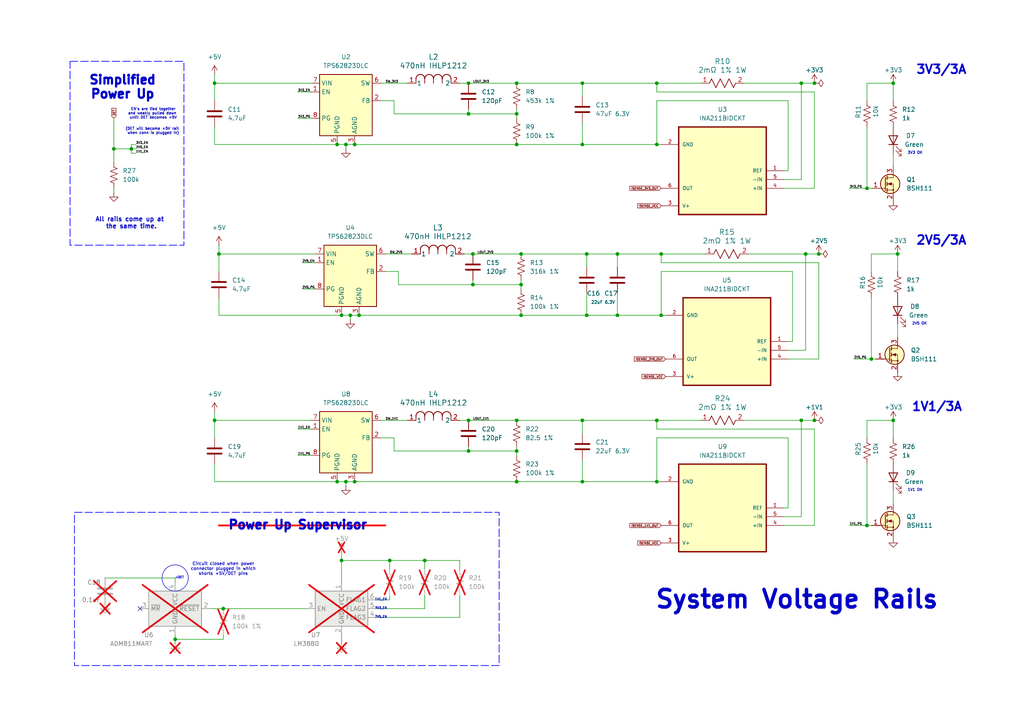
<source format=kicad_sch>
(kicad_sch (version 20231120) (generator "eeschema") (generator_version "8.0")
  (paper "A4")
  (junction (at 97.79 41.91))
  (junction (at 232.41 121.92))
  (junction (at 232.41 24.13))
  (junction (at 170.18 91.44))
  (junction (at 50.8 185.42))
  (junction (at 252.73 104.14))
  (junction (at 135.89 33.02))
  (junction (at 62.23 24.13))
  (junction (at 97.79 139.7))
  (junction (at 168.91 139.7))
  (junction (at 190.5 121.92))
  (junction (at 237.49 73.66))
  (junction (at 137.16 73.66))
  (junction (at 151.13 73.66))
  (junction (at 149.86 121.92))
  (junction (at 99.06 162.56))
  (junction (at 149.86 130.81))
  (junction (at 190.5 41.91))
  (junction (at 260.35 73.66))
  (junction (at 251.46 152.4))
  (junction (at 135.89 130.81))
  (junction (at 233.68 73.66))
  (junction (at 100.33 41.91))
  (junction (at 190.5 24.13))
  (junction (at 135.89 24.13))
  (junction (at 149.86 24.13))
  (junction (at 151.13 82.55))
  (junction (at 135.89 121.92))
  (junction (at 137.16 82.55))
  (junction (at 33.02 43.18))
  (junction (at 170.18 73.66))
  (junction (at 149.86 41.91))
  (junction (at 259.08 121.92))
  (junction (at 191.77 73.66))
  (junction (at 259.08 24.13))
  (junction (at 149.86 139.7))
  (junction (at 113.03 162.56))
  (junction (at 168.91 41.91))
  (junction (at 123.19 162.56))
  (junction (at 100.33 139.7))
  (junction (at 64.77 176.53))
  (junction (at 190.5 139.7))
  (junction (at 149.86 33.02))
  (junction (at 102.87 139.7))
  (junction (at 104.14 91.44))
  (junction (at 179.07 91.44))
  (junction (at 236.22 121.92))
  (junction (at 168.91 121.92))
  (junction (at 38.1 43.18))
  (junction (at 62.23 121.92))
  (junction (at 179.07 73.66))
  (junction (at 151.13 91.44))
  (junction (at 251.46 54.61))
  (junction (at 191.77 91.44))
  (junction (at 168.91 24.13))
  (junction (at 63.5 73.66))
  (junction (at 236.22 24.13))
  (junction (at 101.6 91.44))
  (junction (at 102.87 41.91))
  (junction (at 99.06 91.44))
  (no_connect (at 40.64 176.53))
  (wire (pts (xy 97.79 139.7) (xy 100.33 139.7)))
  (wire (pts (xy 100.33 139.7) (xy 102.87 139.7)))
  (wire (pts (xy 62.23 41.91) (xy 97.79 41.91)))
  (wire (pts (xy 251.46 24.13) (xy 259.08 24.13)))
  (wire (pts (xy 38.1 43.18) (xy 38.1 44.45)))
  (wire (pts (xy 137.16 81.28) (xy 137.16 82.55)))
  (wire (pts (xy 251.46 134.62) (xy 251.46 152.4)))
  (wire (pts (xy 99.06 162.56) (xy 113.03 162.56)))
  (wire (pts (xy 168.91 41.91) (xy 149.86 41.91)))
  (wire (pts (xy 251.46 121.92) (xy 259.08 121.92)))
  (wire (pts (xy 113.03 165.1) (xy 113.03 162.56)))
  (wire (pts (xy 190.5 29.21) (xy 190.5 41.91)))
  (wire (pts (xy 39.37 41.91) (xy 38.1 41.91)))
  (wire (pts (xy 191.77 91.44) (xy 193.04 91.44)))
  (wire (pts (xy 260.35 73.66) (xy 260.35 78.74)))
  (wire (pts (xy 190.5 121.92) (xy 203.2 121.92)))
  (wire (pts (xy 62.23 41.91) (xy 62.23 36.83)))
  (wire (pts (xy 168.91 24.13) (xy 168.91 27.94)))
  (wire (pts (xy 252.73 104.14) (xy 254 104.14)))
  (wire (pts (xy 259.08 24.13) (xy 259.08 29.21)))
  (wire (pts (xy 62.23 121.92) (xy 62.23 127)))
  (wire (pts (xy 39.37 43.18) (xy 38.1 43.18)))
  (wire (pts (xy 137.16 82.55) (xy 151.13 82.55)))
  (wire (pts (xy 110.49 127) (xy 114.3 127)))
  (wire (pts (xy 228.6 29.21) (xy 190.5 29.21)))
  (wire (pts (xy 110.49 29.21) (xy 114.3 29.21)))
  (wire (pts (xy 123.19 165.1) (xy 123.19 162.56)))
  (wire (pts (xy 50.8 185.42) (xy 50.8 184.15)))
  (wire (pts (xy 237.49 73.66) (xy 233.68 73.66)))
  (wire (pts (xy 170.18 91.44) (xy 179.07 91.44)))
  (wire (pts (xy 228.6 101.6) (xy 233.68 101.6)))
  (wire (pts (xy 236.22 121.92) (xy 232.41 121.92)))
  (wire (pts (xy 62.23 21.59) (xy 62.23 24.13)))
  (wire (pts (xy 229.87 78.74) (xy 191.77 78.74)))
  (wire (pts (xy 114.3 29.21) (xy 114.3 33.02)))
  (wire (pts (xy 114.3 130.81) (xy 135.89 130.81)))
  (wire (pts (xy 149.86 31.75) (xy 149.86 33.02)))
  (wire (pts (xy 190.5 26.67) (xy 190.5 24.13)))
  (wire (pts (xy 30.48 167.64) (xy 50.8 167.64)))
  (wire (pts (xy 191.77 73.66) (xy 204.47 73.66)))
  (wire (pts (xy 233.68 73.66) (xy 233.68 101.6)))
  (wire (pts (xy 50.8 186.69) (xy 50.8 185.42)))
  (wire (pts (xy 114.3 33.02) (xy 135.89 33.02)))
  (wire (pts (xy 227.33 54.61) (xy 236.22 54.61)))
  (wire (pts (xy 63.5 91.44) (xy 99.06 91.44)))
  (wire (pts (xy 215.9 121.92) (xy 232.41 121.92)))
  (wire (pts (xy 168.91 121.92) (xy 168.91 125.73)))
  (wire (pts (xy 236.22 54.61) (xy 236.22 26.67)))
  (wire (pts (xy 191.77 76.2) (xy 191.77 73.66)))
  (wire (pts (xy 232.41 24.13) (xy 232.41 52.07)))
  (wire (pts (xy 252.73 86.36) (xy 252.73 104.14)))
  (wire (pts (xy 168.91 41.91) (xy 190.5 41.91)))
  (wire (pts (xy 151.13 83.82) (xy 151.13 82.55)))
  (wire (pts (xy 252.73 73.66) (xy 252.73 78.74)))
  (wire (pts (xy 86.36 124.46) (xy 90.17 124.46)))
  (wire (pts (xy 170.18 85.09) (xy 170.18 91.44)))
  (wire (pts (xy 227.33 52.07) (xy 232.41 52.07)))
  (wire (pts (xy 252.73 73.66) (xy 260.35 73.66)))
  (wire (pts (xy 102.87 139.7) (xy 149.86 139.7)))
  (wire (pts (xy 33.02 43.18) (xy 38.1 43.18)))
  (wire (pts (xy 64.77 176.53) (xy 88.9 176.53)))
  (wire (pts (xy 118.11 24.13) (xy 110.49 24.13)))
  (wire (pts (xy 33.02 43.18) (xy 33.02 46.99)))
  (wire (pts (xy 237.49 104.14) (xy 237.49 76.2)))
  (wire (pts (xy 135.89 33.02) (xy 149.86 33.02)))
  (wire (pts (xy 111.76 78.74) (xy 115.57 78.74)))
  (wire (pts (xy 123.19 176.53) (xy 123.19 172.72)))
  (wire (pts (xy 259.08 121.92) (xy 259.08 127)))
  (wire (pts (xy 135.89 130.81) (xy 149.86 130.81)))
  (wire (pts (xy 168.91 121.92) (xy 190.5 121.92)))
  (wire (pts (xy 97.79 41.91) (xy 100.33 41.91)))
  (wire (pts (xy 135.89 121.92) (xy 149.86 121.92)))
  (wire (pts (xy 247.65 104.14) (xy 252.73 104.14)))
  (wire (pts (xy 236.22 152.4) (xy 236.22 124.46)))
  (wire (pts (xy 168.91 133.35) (xy 168.91 139.7)))
  (wire (pts (xy 86.36 26.67) (xy 90.17 26.67)))
  (wire (pts (xy 62.23 121.92) (xy 90.17 121.92)))
  (wire (pts (xy 179.07 73.66) (xy 191.77 73.66)))
  (wire (pts (xy 62.23 119.38) (xy 62.23 121.92)))
  (wire (pts (xy 179.07 85.09) (xy 179.07 91.44)))
  (wire (pts (xy 135.89 31.75) (xy 135.89 33.02)))
  (wire (pts (xy 149.86 24.13) (xy 168.91 24.13)))
  (wire (pts (xy 99.06 160.02) (xy 99.06 162.56)))
  (wire (pts (xy 168.91 24.13) (xy 190.5 24.13)))
  (wire (pts (xy 251.46 121.92) (xy 251.46 127)))
  (wire (pts (xy 246.38 54.61) (xy 251.46 54.61)))
  (wire (pts (xy 191.77 78.74) (xy 191.77 91.44)))
  (wire (pts (xy 228.6 49.53) (xy 227.33 49.53)))
  (wire (pts (xy 227.33 152.4) (xy 236.22 152.4)))
  (wire (pts (xy 135.89 121.92) (xy 133.35 121.92)))
  (polyline (pts (xy 63.5 152.4) (xy 111.76 152.4)) (stroke (width 0.508) (color 255 0 0 1)))
  (wire (pts (xy 115.57 78.74) (xy 115.57 82.55)))
  (wire (pts (xy 190.5 124.46) (xy 190.5 121.92)))
  (wire (pts (xy 63.5 91.44) (xy 63.5 86.36)))
  (wire (pts (xy 115.57 82.55) (xy 137.16 82.55)))
  (wire (pts (xy 100.33 140.97) (xy 100.33 139.7)))
  (wire (pts (xy 228.6 49.53) (xy 228.6 29.21)))
  (wire (pts (xy 133.35 179.07) (xy 133.35 172.72)))
  (wire (pts (xy 33.02 34.29) (xy 33.02 43.18)))
  (wire (pts (xy 215.9 24.13) (xy 232.41 24.13)))
  (wire (pts (xy 149.86 121.92) (xy 168.91 121.92)))
  (wire (pts (xy 119.38 73.66) (xy 111.76 73.66)))
  (wire (pts (xy 87.63 83.82) (xy 91.44 83.82)))
  (wire (pts (xy 50.8 167.64) (xy 50.8 168.91)))
  (wire (pts (xy 190.5 24.13) (xy 203.2 24.13)))
  (wire (pts (xy 190.5 139.7) (xy 191.77 139.7)))
  (wire (pts (xy 232.41 121.92) (xy 232.41 149.86)))
  (wire (pts (xy 109.22 176.53) (xy 123.19 176.53)))
  (wire (pts (xy 228.6 147.32) (xy 228.6 127)))
  (wire (pts (xy 50.8 185.42) (xy 64.77 185.42)))
  (wire (pts (xy 62.23 139.7) (xy 97.79 139.7)))
  (wire (pts (xy 190.5 124.46) (xy 236.22 124.46)))
  (wire (pts (xy 259.08 146.05) (xy 259.08 142.24)))
  (wire (pts (xy 135.89 24.13) (xy 149.86 24.13)))
  (wire (pts (xy 227.33 149.86) (xy 232.41 149.86)))
  (wire (pts (xy 99.06 91.44) (xy 101.6 91.44)))
  (wire (pts (xy 62.23 139.7) (xy 62.23 134.62)))
  (wire (pts (xy 190.5 26.67) (xy 236.22 26.67)))
  (wire (pts (xy 100.33 43.18) (xy 100.33 41.91)))
  (wire (pts (xy 151.13 73.66) (xy 170.18 73.66)))
  (wire (pts (xy 87.63 76.2) (xy 91.44 76.2)))
  (wire (pts (xy 190.5 41.91) (xy 191.77 41.91)))
  (wire (pts (xy 179.07 91.44) (xy 191.77 91.44)))
  (wire (pts (xy 190.5 127) (xy 190.5 139.7)))
  (wire (pts (xy 229.87 99.06) (xy 229.87 78.74)))
  (wire (pts (xy 38.1 44.45) (xy 39.37 44.45)))
  (wire (pts (xy 64.77 185.42) (xy 64.77 184.15)))
  (wire (pts (xy 62.23 24.13) (xy 90.17 24.13)))
  (wire (pts (xy 113.03 173.99) (xy 109.22 173.99)))
  (wire (pts (xy 86.36 34.29) (xy 90.17 34.29)))
  (wire (pts (xy 123.19 162.56) (xy 133.35 162.56)))
  (wire (pts (xy 109.22 179.07) (xy 133.35 179.07)))
  (wire (pts (xy 149.86 34.29) (xy 149.86 33.02)))
  (wire (pts (xy 63.5 71.12) (xy 63.5 73.66)))
  (wire (pts (xy 191.77 76.2) (xy 237.49 76.2)))
  (wire (pts (xy 149.86 129.54) (xy 149.86 130.81)))
  (wire (pts (xy 104.14 91.44) (xy 151.13 91.44)))
  (wire (pts (xy 33.02 55.88) (xy 33.02 54.61)))
  (wire (pts (xy 260.35 97.79) (xy 260.35 93.98)))
  (wire (pts (xy 64.77 176.53) (xy 60.96 176.53)))
  (wire (pts (xy 101.6 91.44) (xy 104.14 91.44)))
  (wire (pts (xy 251.46 152.4) (xy 252.73 152.4)))
  (wire (pts (xy 135.89 24.13) (xy 133.35 24.13)))
  (wire (pts (xy 168.91 139.7) (xy 190.5 139.7)))
  (wire (pts (xy 168.91 139.7) (xy 149.86 139.7)))
  (wire (pts (xy 38.1 41.91) (xy 38.1 43.18)))
  (wire (pts (xy 259.08 48.26) (xy 259.08 44.45)))
  (wire (pts (xy 232.41 24.13) (xy 236.22 24.13)))
  (wire (pts (xy 251.46 36.83) (xy 251.46 54.61)))
  (wire (pts (xy 170.18 73.66) (xy 179.07 73.66)))
  (wire (pts (xy 99.06 162.56) (xy 99.06 168.91)))
  (wire (pts (xy 179.07 73.66) (xy 179.07 77.47)))
  (wire (pts (xy 229.87 99.06) (xy 228.6 99.06)))
  (wire (pts (xy 102.87 41.91) (xy 149.86 41.91)))
  (wire (pts (xy 135.89 129.54) (xy 135.89 130.81)))
  (wire (pts (xy 114.3 127) (xy 114.3 130.81)))
  (wire (pts (xy 251.46 54.61) (xy 252.73 54.61)))
  (wire (pts (xy 149.86 132.08) (xy 149.86 130.81)))
  (wire (pts (xy 228.6 147.32) (xy 227.33 147.32)))
  (wire (pts (xy 101.6 92.71) (xy 101.6 91.44)))
  (wire (pts (xy 228.6 104.14) (xy 237.49 104.14)))
  (wire (pts (xy 118.11 121.92) (xy 110.49 121.92)))
  (wire (pts (xy 137.16 73.66) (xy 134.62 73.66)))
  (wire (pts (xy 100.33 41.91) (xy 102.87 41.91)))
  (wire (pts (xy 63.5 73.66) (xy 91.44 73.66)))
  (wire (pts (xy 63.5 73.66) (xy 63.5 78.74)))
  (wire (pts (xy 86.36 132.08) (xy 90.17 132.08)))
  (wire (pts (xy 217.17 73.66) (xy 233.68 73.66)))
  (wire (pts (xy 251.46 24.13) (xy 251.46 29.21)))
  (wire (pts (xy 246.38 152.4) (xy 251.46 152.4)))
  (wire (pts (xy 113.03 172.72) (xy 113.03 173.99)))
  (wire (pts (xy 168.91 35.56) (xy 168.91 41.91)))
  (wire (pts (xy 151.13 81.28) (xy 151.13 82.55)))
  (wire (pts (xy 113.03 162.56) (xy 123.19 162.56)))
  (wire (pts (xy 228.6 127) (xy 190.5 127)))
  (wire (pts (xy 133.35 162.56) (xy 133.35 165.1)))
  (wire (pts (xy 62.23 24.13) (xy 62.23 29.21)))
  (wire (pts (xy 99.06 186.69) (xy 99.06 184.15)))
  (wire (pts (xy 170.18 73.66) (xy 170.18 77.47)))
  (wire (pts (xy 170.18 91.44) (xy 151.13 91.44)))
  (wire (pts (xy 137.16 73.66) (xy 151.13 73.66)))
  (rectangle (start 21.59 148.59) (end 144.78 193.04) (stroke (width 0.2032) (type dash) (color 0 0 255 1)))
  (rectangle (start 20.32 17.78) (end 53.34 71.12) (stroke (width 0.2032) (type dash) (color 0 0 255 1)))
  (circle (center 50.8 167.64) (radius 3.81))
  (text "2V5/3A" (at 273.05 69.85 0) (effects (font (size 2.54 2.54) (bold yes))))
  (text "Simplified\nPower Up" (at 35.56 25.4 0) (effects (font (size 2.54 2.54) (thickness 0.762) (bold yes))))
  (text "3V3_EN" (at 110.49 176.53 0) (effects (font (size 0.635 0.635))))
  (text "3V3 OK" (at 265.43 44.45 0) (effects (font (size 0.762 0.762) (bold yes))))
  (text "(DET will become +5V rail \nwhen conn is plugged in)" (at 44.45 38.1 0) (effects (font (size 0.762 0.762))))
  (text "3V3/3A" (at 273.05 20.32 0) (effects (font (size 2.54 2.54) (bold yes))))
  (text "<DET" (at 52.07 167.64 0) (effects (font (size 0.635 0.635))))
  (text "System Voltage Rails" (at 231.14 173.99 0) (effects (font (size 5.08 5.08) (bold yes))))
  (text "1V1_EN" (at 110.49 173.99 0) (effects (font (size 0.635 0.635))))
  (text "2V5_EN" (at 110.49 179.07 0) (effects (font (size 0.635 0.635))))
  (text "All rails come up at \nthe same time." (at 38.1 64.77 0) (effects (font (size 1.27 1.27) (thickness 0.254) (bold yes))))
  (text "Power Up Supervisor" (at 86.36 152.4 0) (effects (font (size 2.54 2.54) (thickness 0.762) (bold yes))))
  (text "Circuit closed when power\nconnector plugged in which\nshorts +5V/DET pins" (at 64.77 165.1 0) (effects (font (size 0.889 0.889))))
  (text "2V5 OK" (at 266.7 93.98 0) (effects (font (size 0.762 0.762) (bold yes))))
  (text "EN's are tied together\nand weakly pulled down \nuntil DET becomes +5V" (at 44.45 33.02 0) (effects (font (size 0.762 0.762))))
  (text "1V1 OK" (at 265.43 142.24 0) (effects (font (size 0.762 0.762) (bold yes))))
  (text "1V1/3A" (at 271.78 118.11 0) (effects (font (size 2.54 2.54) (bold yes))))
  (label "SW_3V3" (at 111.76 24.13 0) (effects (font (size 0.635 0.635))))
  (label "3V3_EN" (at 86.36 26.67 0) (effects (font (size 0.635 0.635))))
  (label "2V5_PG" (at 247.65 104.14 0) (effects (font (size 0.635 0.635))))
  (label "1V1_EN" (at 39.37 44.45 0) (effects (font (size 0.635 0.635))))
  (label "2V5_EN" (at 39.37 43.18 0) (effects (font (size 0.635 0.635))))
  (label "LOUT_2V5" (at 138.43 73.66 0) (effects (font (size 0.635 0.635))))
  (label "SW_2V5" (at 113.03 73.66 0) (effects (font (size 0.635 0.635))))
  (label "1V1_PG" (at 246.38 152.4 0) (effects (font (size 0.635 0.635))))
  (label "2V5_PG" (at 87.63 83.82 0) (effects (font (size 0.635 0.635))))
  (label "LOUT_1V1" (at 137.16 121.92 0) (effects (font (size 0.635 0.635))))
  (label "3V3_PG" (at 246.38 54.61 0) (effects (font (size 0.635 0.635))))
  (label "3V3_EN" (at 39.37 41.91 0) (effects (font (size 0.635 0.635))))
  (label "1V1_EN" (at 86.36 124.46 0) (effects (font (size 0.635 0.635))))
  (label "3V3_PG" (at 86.36 34.29 0) (effects (font (size 0.635 0.635))))
  (label "LOUT_3V3" (at 137.16 24.13 0) (effects (font (size 0.635 0.635))))
  (label "1V1_PG" (at 86.36 132.08 0) (effects (font (size 0.635 0.635))))
  (label "SW_1V1" (at 111.76 121.92 0) (effects (font (size 0.635 0.635))))
  (label "2V5_EN" (at 87.63 76.2 0) (effects (font (size 0.635 0.635))))
  (global_label "ISENSE_VCC" (shape input) (at 191.77 59.69 180) (effects (font (size 0.635 0.635))) (property "Intersheetrefs" "${INTERSHEET_REFS}" (effects (hide yes))))
  (global_label "ISENSE_2V5_OUT" (shape input) (at 193.04 104.14 180) (effects (font (size 0.635 0.635))) (property "Intersheetrefs" "${INTERSHEET_REFS}" (effects (hide yes))))
  (global_label "ISENSE_1V1_OUT" (shape input) (at 191.77 152.4 180) (effects (font (size 0.635 0.635))) (property "Intersheetrefs" "${INTERSHEET_REFS}" (effects (hide yes))))
  (global_label "ISENSE_VCC" (shape input) (at 193.04 109.22 180) (effects (font (size 0.635 0.635))) (property "Intersheetrefs" "${INTERSHEET_REFS}" (effects (hide yes))))
  (global_label "DET" (shape input) (at 33.02 34.29 90) (effects (font (size 0.635 0.635))) (property "Intersheetrefs" "${INTERSHEET_REFS}" (effects (hide yes))))
  (global_label "ISENSE_VCC" (shape input) (at 191.77 157.48 180) (effects (font (size 0.635 0.635))) (property "Intersheetrefs" "${INTERSHEET_REFS}" (effects (hide yes))))
  (global_label "ISENSE_3V3_OUT" (shape input) (at 191.77 54.61 180) (effects (font (size 0.635 0.635))) (property "Intersheetrefs" "${INTERSHEET_REFS}" (effects (hide yes))))
  (symbol (lib_id "Device:R_US") (at 64.77 180.34 0) (unit 1) (exclude_from_sim yes) (in_bom no) (on_board no) (dnp yes)
    (property "Reference" "R18" (at 67.31 179.0699 0) (effects (justify left)))
    (property "Value" "100k 1%" (at 67.31 181.6099 0) (effects (justify left)))
    (property "Footprint" "PCM_Resistor_SMD_AKL:R_0603_1608Metric_Pad0.98x0.95mm_HandSolder" (effects (hide yes)))
    (property "Datasheet" "https://www.yageo.com/upload/media/product/products/datasheet/rchip/PYu-RC_Group_51_RoHS_L_12.pdf" (effects (hide yes)))
    (property "Description" "RES 100K OHM 1% 1/10W 0603" (effects (hide yes)))
    (property "Mfgr" "YAGEO" (effects (hide yes)))
    (property "MPN" "RC0603FR-07100KL" (effects (hide yes)))
    (property "Digikey" "https://www.digikey.com/en/products/detail/yageo/RC0603FR-07100KL/726889" (effects (hide yes)))
  )
  (symbol (lib_id "PCM_Transistor_MOSFET_AKL:BSH111") (at 257.81 102.87 0) (unit 1)
    (property "Reference" "Q2" (at 264.16 101.5999 0) (effects (justify left)))
    (property "Value" "BSH111" (at 264.16 104.1399 0) (effects (justify left)))
    (property "Footprint" "PCM_Package_TO_SOT_SMD_AKL:SOT-23" (effects (hide yes)))
    (property "Datasheet" "https://assets.nexperia.com/documents/data-sheet/BSH111BK.pdf" (effects (hide yes)))
    (property "Description" "SOT-23 N-MOSFET enchancement mode transistor, 55V, 210mA, 302mW, Alternate KiCAD Library" (effects (hide yes)))
    (property "MPN" "BSH111BKR" (effects (hide yes)))
    (property "Mfgr" "Nexperia" (effects (hide yes)))
    (property "Digikey" "https://www.digikey.com/en/products/detail/nexperia-usa-inc/BSH111BKR/5423826" (effects (hide yes)))
  )
  (symbol (lib_id "power:GND") (at 101.6 92.71 0) (unit 1)
    (property "Reference" "#PWR024" (effects (hide yes)))
    (property "Value" "GND" (effects (hide yes)))
    (property "Description" "Power symbol creates a global label with name \"GND\" , ground" (effects (hide yes)))
  )
  (symbol (lib_id "Device:C") (at 62.23 33.02 0) (unit 1)
    (property "Reference" "C11" (at 66.04 31.7499 0) (effects (justify left)))
    (property "Value" "4.7uF" (at 66.04 34.2899 0) (effects (justify left)))
    (property "Footprint" "Capacitor_SMD:C_0805_2012Metric_Pad1.18x1.45mm_HandSolder" (effects (hide yes)))
    (property "Datasheet" "https://search.kemet.com/download/datasheet/C0805C475K8PAC7800" (effects (hide yes)))
    (property "Description" "CAP CER 4.7UF 10V X5R 0805" (effects (hide yes)))
    (property "Digikey" "https://www.digikey.com/en/products/detail/kemet/C0805C475K8PAC7800/551599" (effects (hide yes)))
    (property "MPN" "C0805C475K8PAC7800" (effects (hide yes)))
    (property "Mfgr" "KEMET" (effects (hide yes)))
  )
  (symbol (lib_id "power:GND") (at 260.35 107.95 0) (unit 1)
    (property "Reference" "#PWR026" (effects (hide yes)))
    (property "Value" "GND" (effects (hide yes)))
    (property "Description" "Power symbol creates a global label with name \"GND\" , ground" (effects (hide yes)))
  )
  (symbol (lib_id "power:+3V3") (at 236.22 24.13 0) (unit 1)
    (property "Reference" "#PWR017" (effects (hide yes)))
    (property "Value" "+3V3" (at 236.22 20.32 0))
    (property "Description" "Power symbol creates a global label with name \"+3V3\"" (effects (hide yes)))
  )
  (symbol (lib_id "power:+3V3") (at 259.08 121.92 0) (unit 1)
    (property "Reference" "#PWR038" (effects (hide yes)))
    (property "Value" "+3V3" (at 259.08 118.11 0))
    (property "Description" "Power symbol creates a global label with name \"+3V3\"" (effects (hide yes)))
  )
  (symbol (lib_id "IHLP1212AEERR47M11:IHLP1212AEERR47M11") (at 133.35 24.13 0) (mirror y) (unit 1)
    (property "Reference" "L2" (at 125.73 16.51 0) (effects (font (size 1.524 1.524))))
    (property "Value" "470nH IHLP1212" (at 125.73 19.05 0) (effects (font (size 1.524 1.524))))
    (property "Footprint" "IHLP1212AEERR47M11:L_Vishay_IHLP-1212" (effects (hide yes)))
    (property "Datasheet" "https://www.vishay.com/docs/34300/ihlp-1212ae-11.pdf" (effects (hide yes)))
    (property "Description" "FIXED IND 470NH 6.7A 15 MOHM SMD" (effects (hide yes)))
    (property "Digikey" "https://www.digikey.com/en/products/detail/vishay-dale/IHLP1212AEERR47M11/2533925" (effects (hide yes)))
    (property "Mfgr" "Vishay Dale" (effects (hide yes)))
    (property "MPN" "IHLP1212AEERR47M11" (effects (hide yes)))
  )
  (symbol (lib_id "power:GND") (at 50.8 186.69 0) (unit 1) (exclude_from_sim yes) (in_bom no) (on_board no) (dnp yes)
    (property "Reference" "#PWR032" (effects (hide yes)))
    (property "Value" "GND" (effects (hide yes)))
    (property "Description" "Power symbol creates a global label with name \"GND\" , ground" (effects (hide yes)))
  )
  (symbol (lib_id "Device:C") (at 63.5 82.55 0) (unit 1)
    (property "Reference" "C14" (at 67.31 81.2799 0) (effects (justify left)))
    (property "Value" "4.7uF" (at 67.31 83.8199 0) (effects (justify left)))
    (property "Footprint" "Capacitor_SMD:C_0805_2012Metric_Pad1.18x1.45mm_HandSolder" (effects (hide yes)))
    (property "Datasheet" "https://search.kemet.com/download/datasheet/C0805C475K8PAC7800" (effects (hide yes)))
    (property "Description" "CAP CER 4.7UF 10V X5R 0805" (effects (hide yes)))
    (property "Digikey" "https://www.digikey.com/en/products/detail/kemet/C0805C475K8PAC7800/551599" (effects (hide yes)))
    (property "MPN" "C0805C475K8PAC7800" (effects (hide yes)))
    (property "Mfgr" "KEMET" (effects (hide yes)))
  )
  (symbol (lib_id "Device:C") (at 137.16 77.47 0) (unit 1)
    (property "Reference" "C15" (at 140.97 76.1999 0) (effects (justify left)))
    (property "Value" "120pF" (at 140.97 78.7399 0) (effects (justify left)))
    (property "Footprint" "Capacitor_SMD:C_0603_1608Metric_Pad1.08x0.95mm_HandSolder" (effects (hide yes)))
    (property "Datasheet" "https://search.murata.co.jp/Ceramy/image/img/A01X/G101/ENG/GRM1885C1H121JA01-01.pdf" (effects (hide yes)))
    (property "Description" "CAP CER 120PF 50V C0G/NP0 0603" (effects (hide yes)))
    (property "Digikey" "https://www.digikey.com/en/products/detail/murata-electronics/GRM1885C1H121JA01D/586936" (effects (hide yes)))
    (property "MPN" "GRM1885C1H121JA01D" (effects (hide yes)))
    (property "Mfgr" "Murata" (effects (hide yes)))
  )
  (symbol (lib_id "PCM_Transistor_MOSFET_AKL:BSH111") (at 256.54 151.13 0) (unit 1)
    (property "Reference" "Q3" (at 262.89 149.8599 0) (effects (justify left)))
    (property "Value" "BSH111" (at 262.89 152.3999 0) (effects (justify left)))
    (property "Footprint" "PCM_Package_TO_SOT_SMD_AKL:SOT-23" (effects (hide yes)))
    (property "Datasheet" "https://assets.nexperia.com/documents/data-sheet/BSH111BK.pdf" (effects (hide yes)))
    (property "Description" "SOT-23 N-MOSFET enchancement mode transistor, 55V, 210mA, 302mW, Alternate KiCAD Library" (effects (hide yes)))
    (property "MPN" "BSH111BKR" (effects (hide yes)))
    (property "Mfgr" "Nexperia" (effects (hide yes)))
    (property "Digikey" "https://www.digikey.com/en/products/detail/nexperia-usa-inc/BSH111BKR/5423826" (effects (hide yes)))
  )
  (symbol (lib_id "Power_Supervisor:MAX811MEUS-T") (at 50.8 176.53 0) (unit 1) (exclude_from_sim yes) (in_bom no) (on_board no) (dnp yes)
    (property "Reference" "U6" (at 43.18 184.15 0))
    (property "Value" "ADM811MART" (at 38.1 186.69 0))
    (property "Footprint" "Package_TO_SOT_SMD:SOT-143" (effects (hide yes)))
    (property "Datasheet" "https://www.analog.com/media/en/technical-documentation/data-sheets/ADM811_812.pdf" (effects (hide yes)))
    (property "Description" "Power supply supervisor, Manual reset, Threshold 4.38V, SOT-143" (effects (hide yes)))
    (property "MPN" "ADM811MARTZ-REEL7" (effects (hide yes)))
    (property "Mfgr" "Analog Devices" (effects (hide yes)))
    (property "Digikey" "https://www.digikey.com/en/products/detail/analog-devices-inc/ADM811MARTZ-REEL7/995012" (effects (hide yes)))
  )
  (symbol (lib_id "power:+3V3") (at 260.35 73.66 0) (unit 1)
    (property "Reference" "#PWR025" (effects (hide yes)))
    (property "Value" "+3V3" (at 260.35 69.85 0))
    (property "Description" "Power symbol creates a global label with name \"+3V3\"" (effects (hide yes)))
  )
  (symbol (lib_id "Device:C") (at 135.89 27.94 0) (unit 1)
    (property "Reference" "C12" (at 139.7 26.6699 0) (effects (justify left)))
    (property "Value" "120pF" (at 139.7 29.2099 0) (effects (justify left)))
    (property "Footprint" "Capacitor_SMD:C_0805_2012Metric_Pad1.18x1.45mm_HandSolder" (effects (hide yes)))
    (property "Datasheet" "https://datasheets.kyocera-avx.com/C0GNP0-KGM.pdf" (effects (hide yes)))
    (property "Description" "CAP CER 120PF 50V C0G/NP0 0805" (effects (hide yes)))
    (property "Digikey" "https://www.digikey.com/en/products/detail/kyocera-avx/KGM21BCG1H121JT/563427" (effects (hide yes)))
    (property "MPN" "KGM21BCG1H121JT" (effects (hide yes)))
    (property "Mfgr" "KYOCERA AVX" (effects (hide yes)))
  )
  (symbol (lib_id "INA211BIDCKT:INA211BIDCKT") (at 210.82 99.06 180) (unit 1)
    (property "Reference" "U5" (at 210.82 81.28 0))
    (property "Value" "INA211BIDCKT" (at 210.82 83.82 0))
    (property "Footprint" "INA211BIDCKT:SOT65P210X110-6N" (effects (hide yes)))
    (property "Datasheet" "https://www.ti.com/general/docs/suppproductinfo.tsp?distId=10&gotoUrl=https%3A%2F%2Fwww.ti.com%2Flit%2Fgpn%2Fina210" (effects (hide yes)))
    (property "Description" "IC CURR SENSE 1 CIRCUIT SC70-6 SC-88 SOT-363" (effects (hide yes)))
    (property "Digikey" "https://www.digikey.com/en/products/detail/texas-instruments/INA211BIDCKT/3675147" (effects (hide yes)))
    (property "Mfgr" "Texas Instruments" (effects (hide yes)))
    (property "MPN" "INA211BIDCKT" (effects (hide yes)))
  )
  (symbol (lib_id "Regulator_Switching:TPS62823DLC") (at 101.6 81.28 0) (unit 1)
    (property "Reference" "U4" (at 101.6 66.04 0))
    (property "Value" "TPS62823DLC" (at 101.6 68.58 0))
    (property "Footprint" "Package_SON:Texas_VSON-HR-8_1.5x2mm_P0.5mm" (effects (hide yes)))
    (property "Datasheet" "http://www.ti.com/lit/ds/symlink/tps62823.pdf" (effects (hide yes)))
    (property "Description" "3A Step-Down Converter with DCS-Control, adjustable output, 2.4-5.5V input voltage, QFN-8" (effects (hide yes)))
    (property "Digikey" "https://www.digikey.com/en/products/detail/texas-instruments/TPS62823DLCR/9593382" (effects (hide yes)))
    (property "Mfgr" "Texas Instruments" (effects (hide yes)))
    (property "MPN" "TPS62823DLCR" (effects (hide yes)))
  )
  (symbol (lib_id "Device:R_US") (at 260.35 82.55 180) (unit 1)
    (property "Reference" "R17" (at 262.89 81.2799 0) (effects (justify right)))
    (property "Value" "1k" (at 262.89 83.8199 0) (effects (justify right)))
    (property "Footprint" "PCM_Resistor_SMD_AKL:R_0603_1608Metric_Pad1.05x0.95mm_HandSolder" (effects (hide yes)))
    (property "Datasheet" "https://www.yageo.com/upload/media/product/products/datasheet/rchip/PYu-RC_Group_51_RoHS_L_12.pdf" (effects (hide yes)))
    (property "Description" "Resistor, US symbol" (effects (hide yes)))
    (property "Digikey" "https://www.digikey.com/en/products/detail/yageo/RC0603FR-071KL/726843" (effects (hide yes)))
    (property "Mfgr" "YAGEO" (effects (hide yes)))
    (property "MPN" "RC0603FR-071KL" (effects (hide yes)))
  )
  (symbol (lib_id "Regulator_Switching:TPS62823DLC") (at 100.33 129.54 0) (unit 1)
    (property "Reference" "U8" (at 100.33 114.3 0))
    (property "Value" "TPS62823DLC" (at 100.33 116.84 0))
    (property "Footprint" "Package_SON:Texas_VSON-HR-8_1.5x2mm_P0.5mm" (effects (hide yes)))
    (property "Datasheet" "http://www.ti.com/lit/ds/symlink/tps62823.pdf" (effects (hide yes)))
    (property "Description" "3A Step-Down Converter with DCS-Control, adjustable output, 2.4-5.5V input voltage, QFN-8" (effects (hide yes)))
    (property "Digikey" "https://www.digikey.com/en/products/detail/texas-instruments/TPS62823DLCR/9593382" (effects (hide yes)))
    (property "Mfgr" "Texas Instruments" (effects (hide yes)))
    (property "MPN" "TPS62823DLCR" (effects (hide yes)))
  )
  (symbol (lib_id "PCM_4ms_Power-symbol:PWR_FLAG") (at 236.22 24.13 270) (unit 1)
    (property "Reference" "#FLG07" (effects (hide yes)))
    (property "Value" "PWR_FLAG" (effects (hide yes)))
  )
  (symbol (lib_id "PCM_Transistor_MOSFET_AKL:BSH111") (at 256.54 53.34 0) (unit 1)
    (property "Reference" "Q1" (at 262.89 52.0699 0) (effects (justify left)))
    (property "Value" "BSH111" (at 262.89 54.6099 0) (effects (justify left)))
    (property "Footprint" "PCM_Package_TO_SOT_SMD_AKL:SOT-23" (effects (hide yes)))
    (property "Datasheet" "https://assets.nexperia.com/documents/data-sheet/BSH111BK.pdf" (effects (hide yes)))
    (property "Description" "SOT-23 N-MOSFET enchancement mode transistor, 55V, 210mA, 302mW, Alternate KiCAD Library" (effects (hide yes)))
    (property "MPN" "BSH111BKR" (effects (hide yes)))
    (property "Mfgr" "Nexperia" (effects (hide yes)))
    (property "Digikey" "https://www.digikey.com/en/products/detail/nexperia-usa-inc/BSH111BKR/5423826" (effects (hide yes)))
  )
  (symbol (lib_id "IHLP1212AEERR47M11:IHLP1212AEERR47M11") (at 133.35 121.92 0) (mirror y) (unit 1)
    (property "Reference" "L4" (at 125.73 114.3 0) (effects (font (size 1.524 1.524))))
    (property "Value" "470nH IHLP1212" (at 125.73 116.84 0) (effects (font (size 1.524 1.524))))
    (property "Footprint" "IHLP1212AEERR47M11:L_Vishay_IHLP-1212" (effects (hide yes)))
    (property "Datasheet" "https://www.vishay.com/docs/34300/ihlp-1212ae-11.pdf" (effects (hide yes)))
    (property "Description" "FIXED IND 470NH 6.7A 15 MOHM SMD" (effects (hide yes)))
    (property "Digikey" "https://www.digikey.com/en/products/detail/vishay-dale/IHLP1212AEERR47M11/2533925" (effects (hide yes)))
    (property "Mfgr" "Vishay Dale" (effects (hide yes)))
    (property "MPN" "IHLP1212AEERR47M11" (effects (hide yes)))
  )
  (symbol (lib_id "Device:R_US") (at 252.73 82.55 180) (unit 1)
    (property "Reference" "R16" (at 250.19 80.01 90) (effects (justify left)))
    (property "Value" "10k" (at 255.27 80.01 90) (effects (justify left)))
    (property "Footprint" "PCM_Resistor_SMD_AKL:R_0603_1608Metric_Pad1.05x0.95mm_HandSolder" (effects (hide yes)))
    (property "Datasheet" "https://www.yageo.com/upload/media/product/products/datasheet/rchip/PYu-RC_Group_51_RoHS_L_12.pdf" (effects (hide yes)))
    (property "Description" "Resistor, US symbol" (effects (hide yes)))
    (property "Digikey" "https://www.digikey.com/en/products/detail/yageo/RC0603FR-0710KL/726880" (effects (hide yes)))
    (property "Mfgr" "YAGEO" (effects (hide yes)))
    (property "MPN" "RC0603FR-0710KL" (effects (hide yes)))
  )
  (symbol (lib_id "Device:R_US") (at 259.08 130.81 180) (unit 1)
    (property "Reference" "R26" (at 261.62 129.5399 0) (effects (justify right)))
    (property "Value" "1k" (at 261.62 132.0799 0) (effects (justify right)))
    (property "Footprint" "PCM_Resistor_SMD_AKL:R_0603_1608Metric_Pad1.05x0.95mm_HandSolder" (effects (hide yes)))
    (property "Datasheet" "https://www.yageo.com/upload/media/product/products/datasheet/rchip/PYu-RC_Group_51_RoHS_L_12.pdf" (effects (hide yes)))
    (property "Description" "Resistor, US symbol" (effects (hide yes)))
    (property "Digikey" "https://www.digikey.com/en/products/detail/yageo/RC0603FR-071KL/726843" (effects (hide yes)))
    (property "Mfgr" "YAGEO" (effects (hide yes)))
    (property "MPN" "RC0603FR-071KL" (effects (hide yes)))
  )
  (symbol (lib_id "power:+5V") (at 62.23 21.59 0) (unit 1)
    (property "Reference" "#PWR014" (effects (hide yes)))
    (property "Value" "+5V" (at 62.23 16.51 0))
    (property "Description" "Power symbol creates a global label with name \"+5V\"" (effects (hide yes)))
  )
  (symbol (lib_id "Device:LED") (at 260.35 90.17 90) (unit 1)
    (property "Reference" "D8" (at 266.7 88.9 90) (effects (justify left)))
    (property "Value" "Green" (at 269.24 91.44 90) (effects (justify left)))
    (property "Footprint" "LED_SMD:LED_0603_1608Metric_Pad1.05x0.95mm_HandSolder" (effects (hide yes)))
    (property "Datasheet" "https://www.we-online.com/catalog/datasheet/150060VS75000.pdf" (effects (hide yes)))
    (property "Description" "Light emitting diode" (effects (hide yes)))
    (property "Digikey" "https://www.digikey.com/en/products/detail/w%C3%BCrth-elektronik/150060VS75000/4489906" (effects (hide yes)))
    (property "Mfgr" "Wurth" (effects (hide yes)))
    (property "MPN" "150060VS75000" (effects (hide yes)))
  )
  (symbol (lib_id "INA211BIDCKT:INA211BIDCKT") (at 209.55 49.53 180) (unit 1)
    (property "Reference" "U3" (at 209.55 31.75 0))
    (property "Value" "INA211BIDCKT" (at 209.55 34.29 0))
    (property "Footprint" "INA211BIDCKT:SOT65P210X110-6N" (effects (hide yes)))
    (property "Datasheet" "https://www.ti.com/general/docs/suppproductinfo.tsp?distId=10&gotoUrl=https%3A%2F%2Fwww.ti.com%2Flit%2Fgpn%2Fina210" (effects (hide yes)))
    (property "Description" "IC CURR SENSE 1 CIRCUIT SC70-6 SC-88 SOT-363" (effects (hide yes)))
    (property "Digikey" "https://www.digikey.com/en/products/detail/texas-instruments/INA211BIDCKT/3675147" (effects (hide yes)))
    (property "Mfgr" "Texas Instruments" (effects (hide yes)))
    (property "MPN" "INA211BIDCKT" (effects (hide yes)))
  )
  (symbol (lib_id "Device:R_US") (at 251.46 33.02 180) (unit 1)
    (property "Reference" "R11" (at 248.92 30.48 90) (effects (justify left)))
    (property "Value" "10k" (at 254 30.48 90) (effects (justify left)))
    (property "Footprint" "PCM_Resistor_SMD_AKL:R_0603_1608Metric_Pad1.05x0.95mm_HandSolder" (effects (hide yes)))
    (property "Datasheet" "https://www.yageo.com/upload/media/product/products/datasheet/rchip/PYu-RC_Group_51_RoHS_L_12.pdf" (effects (hide yes)))
    (property "Description" "Resistor, US symbol" (effects (hide yes)))
    (property "Digikey" "https://www.digikey.com/en/products/detail/yageo/RC0603FR-0710KL/726880" (effects (hide yes)))
    (property "Mfgr" "YAGEO" (effects (hide yes)))
    (property "MPN" "RC0603FR-0710KL" (effects (hide yes)))
  )
  (symbol (lib_id "Device:R_US") (at 151.13 87.63 0) (unit 1)
    (property "Reference" "R14" (at 153.67 86.3599 0) (effects (justify left)))
    (property "Value" "100k 1%" (at 153.67 88.8999 0) (effects (justify left)))
    (property "Footprint" "PCM_Resistor_SMD_AKL:R_0805_2012Metric_Pad1.15x1.40mm_HandSolder" (effects (hide yes)))
    (property "Datasheet" "https://www.vishay.com/docs/20035/dcrcwe3.pdf" (effects (hide yes)))
    (property "Description" "RES SMD 100K OHM 1% 1/8W 0805" (effects (hide yes)))
    (property "Digikey" "https://www.digikey.com/en/products/detail/vishay-dale/CRCW0805100KFKEA/1175865" (effects (hide yes)))
    (property "MPN" "CRCW0805100KFKEA" (effects (hide yes)))
    (property "Mfgr" "Vishay Dale" (effects (hide yes)))
  )
  (symbol (lib_id "power:GND") (at 30.48 175.26 0) (unit 1) (exclude_from_sim yes) (in_bom no) (on_board no) (dnp yes)
    (property "Reference" "#PWR029" (effects (hide yes)))
    (property "Value" "GND" (effects (hide yes)))
    (property "Description" "Power symbol creates a global label with name \"GND\" , ground" (effects (hide yes)))
  )
  (symbol (lib_id "power:+5V") (at 63.5 71.12 0) (unit 1)
    (property "Reference" "#PWR023" (effects (hide yes)))
    (property "Value" "+5V" (at 63.5 66.04 0))
    (property "Description" "Power symbol creates a global label with name \"+5V\"" (effects (hide yes)))
  )
  (symbol (lib_id "PCM_4ms_Power-symbol:PWR_FLAG") (at 237.49 73.66 270) (unit 1)
    (property "Reference" "#FLG09" (effects (hide yes)))
    (property "Value" "PWR_FLAG" (effects (hide yes)))
  )
  (symbol (lib_id "power:+5V") (at 99.06 160.02 0) (unit 1) (exclude_from_sim yes) (in_bom no) (on_board no) (dnp yes)
    (property "Reference" "#PWR033" (effects (hide yes)))
    (property "Value" "+5V" (at 99.06 156.21 0))
    (property "Description" "Power symbol creates a global label with name \"+5V\"" (effects (hide yes)))
  )
  (symbol (lib_id "Device:C") (at 168.91 31.75 0) (unit 1)
    (property "Reference" "C13" (at 172.72 30.4799 0) (effects (justify left)))
    (property "Value" "47uF 6.3V" (at 172.72 33.0199 0) (effects (justify left)))
    (property "Footprint" "Capacitor_SMD:C_1206_3216Metric_Pad1.33x1.80mm_HandSolder" (effects (hide yes)))
    (property "Datasheet" "https://search.kemet.com/download/datasheet/C0805C475K8PAC7800" (effects (hide yes)))
    (property "Description" "CAP CER 47UF 6.3V X5R 1206" (effects (hide yes)))
    (property "Digikey" "https://www.digikey.com/en/products/detail/murata-electronics/GRM31CR60J476KE19L/2548176" (effects (hide yes)))
    (property "MPN" "GRM31CR60J476KE19L" (effects (hide yes)))
    (property "Mfgr" "Murata Electronics" (effects (hide yes)))
  )
  (symbol (lib_id "Device:R_US") (at 251.46 130.81 180) (unit 1)
    (property "Reference" "R25" (at 248.92 128.27 90) (effects (justify left)))
    (property "Value" "10k" (at 254 128.27 90) (effects (justify left)))
    (property "Footprint" "PCM_Resistor_SMD_AKL:R_0603_1608Metric_Pad1.05x0.95mm_HandSolder" (effects (hide yes)))
    (property "Datasheet" "https://www.yageo.com/upload/media/product/products/datasheet/rchip/PYu-RC_Group_51_RoHS_L_12.pdf" (effects (hide yes)))
    (property "Description" "Resistor, US symbol" (effects (hide yes)))
    (property "Digikey" "https://www.digikey.com/en/products/detail/yageo/RC0603FR-0710KL/726880" (effects (hide yes)))
    (property "Mfgr" "YAGEO" (effects (hide yes)))
    (property "MPN" "RC0603FR-0710KL" (effects (hide yes)))
  )
  (symbol (lib_id "Device:C") (at 179.07 81.28 0) (unit 1)
    (property "Reference" "C17" (at 175.26 85.09 0) (effects (justify left)))
    (property "Value" "22uF 6.3V" (effects (hide yes)))
    (property "Footprint" "Capacitor_SMD:C_0603_1608Metric_Pad1.08x0.95mm_HandSolder" (effects (hide yes)))
    (property "Datasheet" "https://search.murata.co.jp/Ceramy/image/img/A01X/G101/ENG/GRM188R60J226MEA0-01.pdf" (effects (hide yes)))
    (property "Description" "CAP CER 22UF 6.3V X5R 0603" (effects (hide yes)))
    (property "Digikey" "https://www.digikey.com/en/products/detail/murata-electronics/GRM188R60J226MEA0D/4280542" (effects (hide yes)))
    (property "MPN" "GRM188R60J226MEA0D" (effects (hide yes)))
    (property "Mfgr" "Murata Electronics" (effects (hide yes)))
  )
  (symbol (lib_id "power:GND") (at 100.33 140.97 0) (unit 1)
    (property "Reference" "#PWR036" (effects (hide yes)))
    (property "Value" "GND" (effects (hide yes)))
    (property "Description" "Power symbol creates a global label with name \"GND\" , ground" (effects (hide yes)))
  )
  (symbol (lib_id "CSNL1206FT2L00:CSNL1206FT2L00") (at 204.47 73.66 0) (unit 1)
    (property "Reference" "R15" (at 210.82 67.31 0) (effects (font (size 1.524 1.524))))
    (property "Value" "2mΩ 1% 1W" (at 210.82 69.85 0) (effects (font (size 1.524 1.524))))
    (property "Footprint" "CSNL1206FT2L00:STA_CSNL1206_STP" (effects (hide yes)))
    (property "Datasheet" "https://www.seielect.com/catalog/sei-csnl.pdf" (effects (hide yes)))
    (property "Description" "RES 0.002 OHM 1% 1W 1206" (effects (hide yes)))
    (property "Digikey" "https://www.digikey.com/en/products/detail/stackpole-electronics-inc/CSNL1206FT2L00/1788091" (effects (hide yes)))
    (property "Mfgr" "Stackpole Electronics Inc" (effects (hide yes)))
    (property "MPN" "CSNL1206FT2L00" (effects (hide yes)))
  )
  (symbol (lib_id "PCM_4ms_Power-symbol:PWR_FLAG") (at 236.22 121.92 270) (unit 1)
    (property "Reference" "#FLG010" (effects (hide yes)))
    (property "Value" "PWR_FLAG" (effects (hide yes)))
  )
  (symbol (lib_id "Device:R_US") (at 151.13 77.47 0) (unit 1)
    (property "Reference" "R13" (at 153.67 76.1999 0) (effects (justify left)))
    (property "Value" "316k 1%" (at 153.67 78.7399 0) (effects (justify left)))
    (property "Footprint" "PCM_Resistor_SMD_AKL:R_0805_2012Metric_Pad1.15x1.40mm_HandSolder" (effects (hide yes)))
    (property "Datasheet" "https://industrial.panasonic.com/cdbs/www-data/pdf/RDA0000/AOA0000C304.pdf" (effects (hide yes)))
    (property "Description" "RES SMD 316K OHM 1% 1/8W 0805" (effects (hide yes)))
    (property "Digikey" "https://www.digikey.com/en/products/detail/panasonic-electronic-components/ERJ-6ENF3163V/112009" (effects (hide yes)))
    (property "MPN" "ERJ-6ENF3163V" (effects (hide yes)))
    (property "Mfgr" "Panasonic Electronic Components" (effects (hide yes)))
  )
  (symbol (lib_id "power:GND") (at 33.02 55.88 0) (unit 1)
    (property "Reference" "#PWR042" (effects (hide yes)))
    (property "Value" "GND" (effects (hide yes)))
    (property "Description" "Power symbol creates a global label with name \"GND\" , ground" (effects (hide yes)))
  )
  (symbol (lib_id "power:+3V3") (at 259.08 24.13 0) (unit 1)
    (property "Reference" "#PWR028" (effects (hide yes)))
    (property "Value" "+3V3" (at 259.08 20.32 0))
    (property "Description" "Power symbol creates a global label with name \"+3V3\"" (effects (hide yes)))
  )
  (symbol (lib_id "Device:R_US") (at 149.86 125.73 0) (unit 1)
    (property "Reference" "R22" (at 152.4 124.4599 0) (effects (justify left)))
    (property "Value" "82.5 1%" (at 152.4 126.9999 0) (effects (justify left)))
    (property "Footprint" "PCM_Resistor_SMD_AKL:R_0805_2012Metric_Pad1.15x1.40mm_HandSolder" (effects (hide yes)))
    (property "Datasheet" "https://industrial.panasonic.com/cdbs/www-data/pdf/RDA0000/AOA0000C304.pdf" (effects (hide yes)))
    (property "Description" "RES SMD 82.5K OHM 1% 1/8W 0805" (effects (hide yes)))
    (property "Digikey" "https://www.digikey.com/en/products/detail/panasonic-electronic-components/ERJ-6ENF8252V/111771" (effects (hide yes)))
    (property "MPN" "ERJ-6ENF8252V" (effects (hide yes)))
    (property "Mfgr" "Panasonic Electronic Components" (effects (hide yes)))
  )
  (symbol (lib_id "power:+1V1") (at 236.22 121.92 0) (unit 1)
    (property "Reference" "#PWR037" (effects (hide yes)))
    (property "Value" "+1V1" (at 236.22 118.11 0))
    (property "Description" "Power symbol creates a global label with name \"+1V1\"" (effects (hide yes)))
  )
  (symbol (lib_id "Device:R_US") (at 259.08 33.02 180) (unit 1)
    (property "Reference" "R12" (at 261.62 31.7499 0) (effects (justify right)))
    (property "Value" "1k" (at 261.62 34.2899 0) (effects (justify right)))
    (property "Footprint" "PCM_Resistor_SMD_AKL:R_0603_1608Metric_Pad1.05x0.95mm_HandSolder" (effects (hide yes)))
    (property "Datasheet" "https://www.yageo.com/upload/media/product/products/datasheet/rchip/PYu-RC_Group_51_RoHS_L_12.pdf" (effects (hide yes)))
    (property "Description" "Resistor, US symbol" (effects (hide yes)))
    (property "Digikey" "https://www.digikey.com/en/products/detail/yageo/RC0603FR-071KL/726843" (effects (hide yes)))
    (property "Mfgr" "YAGEO" (effects (hide yes)))
    (property "MPN" "RC0603FR-071KL" (effects (hide yes)))
  )
  (symbol (lib_id "Device:C") (at 135.89 125.73 0) (unit 1)
    (property "Reference" "C20" (at 139.7 124.4599 0) (effects (justify left)))
    (property "Value" "120pF" (at 139.7 126.9999 0) (effects (justify left)))
    (property "Footprint" "Capacitor_SMD:C_0603_1608Metric_Pad1.08x0.95mm_HandSolder" (effects (hide yes)))
    (property "Datasheet" "https://search.murata.co.jp/Ceramy/image/img/A01X/G101/ENG/GRM1885C1H121JA01-01.pdf" (effects (hide yes)))
    (property "Description" "CAP CER 120PF 50V C0G/NP0 0603" (effects (hide yes)))
    (property "Digikey" "https://www.digikey.com/en/products/detail/murata-electronics/GRM1885C1H121JA01D/586936" (effects (hide yes)))
    (property "MPN" "GRM1885C1H121JA01D" (effects (hide yes)))
    (property "Mfgr" "Murata" (effects (hide yes)))
  )
  (symbol (lib_id "power:GND") (at 100.33 43.18 0) (unit 1)
    (property "Reference" "#PWR08" (effects (hide yes)))
    (property "Value" "GND" (effects (hide yes)))
    (property "Description" "Power symbol creates a global label with name \"GND\" , ground" (effects (hide yes)))
  )
  (symbol (lib_id "power:GND") (at 259.08 58.42 0) (unit 1)
    (property "Reference" "#PWR019" (effects (hide yes)))
    (property "Value" "GND" (effects (hide yes)))
    (property "Description" "Power symbol creates a global label with name \"GND\" , ground" (effects (hide yes)))
  )
  (symbol (lib_id "Device:R_US") (at 133.35 168.91 0) (unit 1) (exclude_from_sim yes) (in_bom no) (on_board no) (dnp yes)
    (property "Reference" "R21" (at 135.89 167.6399 0) (effects (justify left)))
    (property "Value" "100k" (at 135.89 170.1799 0) (effects (justify left)))
    (property "Footprint" "PCM_Resistor_SMD_AKL:R_0603_1608Metric_Pad0.98x0.95mm_HandSolder" (effects (hide yes)))
    (property "Datasheet" "https://www.yageo.com/upload/media/product/products/datasheet/rchip/PYu-RC_Group_51_RoHS_L_12.pdf" (effects (hide yes)))
    (property "Description" "RES 100K OHM 1% 1/10W 0603" (effects (hide yes)))
    (property "Mfgr" "YAGEO" (effects (hide yes)))
    (property "MPN" "RC0603FR-07100KL" (effects (hide yes)))
    (property "Digikey" "https://www.digikey.com/en/products/detail/yageo/RC0603FR-07100KL/726889" (effects (hide yes)))
  )
  (symbol (lib_id "CSNL1206FT2L00:CSNL1206FT2L00") (at 203.2 121.92 0) (unit 1)
    (property "Reference" "R24" (at 209.55 115.57 0) (effects (font (size 1.524 1.524))))
    (property "Value" "2mΩ 1% 1W" (at 209.55 118.11 0) (effects (font (size 1.524 1.524))))
    (property "Footprint" "CSNL1206FT2L00:STA_CSNL1206_STP" (effects (hide yes)))
    (property "Datasheet" "https://www.seielect.com/catalog/sei-csnl.pdf" (effects (hide yes)))
    (property "Description" "RES 0.002 OHM 1% 1W 1206" (effects (hide yes)))
    (property "Digikey" "https://www.digikey.com/en/products/detail/stackpole-electronics-inc/CSNL1206FT2L00/1788091" (effects (hide yes)))
    (property "Mfgr" "Stackpole Electronics Inc" (effects (hide yes)))
    (property "MPN" "CSNL1206FT2L00" (effects (hide yes)))
  )
  (symbol (lib_id "CSNL1206FT2L00:CSNL1206FT2L00") (at 203.2 24.13 0) (unit 1)
    (property "Reference" "R10" (at 209.55 17.78 0) (effects (font (size 1.524 1.524))))
    (property "Value" "2mΩ 1% 1W" (at 209.55 20.32 0) (effects (font (size 1.524 1.524))))
    (property "Footprint" "CSNL1206FT2L00:STA_CSNL1206_STP" (effects (hide yes)))
    (property "Datasheet" "https://www.seielect.com/catalog/sei-csnl.pdf" (effects (hide yes)))
    (property "Description" "RES 0.002 OHM 1% 1W 1206" (effects (hide yes)))
    (property "Digikey" "https://www.digikey.com/en/products/detail/stackpole-electronics-inc/CSNL1206FT2L00/1788091" (effects (hide yes)))
    (property "Mfgr" "Stackpole Electronics Inc" (effects (hide yes)))
    (property "MPN" "CSNL1206FT2L00" (effects (hide yes)))
  )
  (symbol (lib_id "power:+5V") (at 62.23 119.38 0) (unit 1)
    (property "Reference" "#PWR035" (effects (hide yes)))
    (property "Value" "+5V" (at 62.23 114.3 0))
    (property "Description" "Power symbol creates a global label with name \"+5V\"" (effects (hide yes)))
  )
  (symbol (lib_id "Power_Supervisor:LM3880") (at 99.06 176.53 0) (unit 1) (exclude_from_sim yes) (in_bom no) (on_board no) (dnp yes)
    (property "Reference" "U7" (at 90.17 184.15 0) (effects (justify left)))
    (property "Value" "LM3880" (at 85.09 186.69 0) (effects (justify left)))
    (property "Footprint" "Package_TO_SOT_SMD:SOT-23-6" (effects (hide yes)))
    (property "Datasheet" "http://www.ti.com/lit/ds/symlink/lm3880.pdf" (effects (hide yes)))
    (property "Description" "Simple Power Sequencer, SOT-23-6" (effects (hide yes)))
  )
  (symbol (lib_id "power:GND") (at 99.06 186.69 0) (unit 1) (exclude_from_sim yes) (in_bom no) (on_board no) (dnp yes)
    (property "Reference" "#PWR034" (effects (hide yes)))
    (property "Value" "GND" (effects (hide yes)))
    (property "Description" "Power symbol creates a global label with name \"GND\" , ground" (effects (hide yes)))
  )
  (symbol (lib_id "Device:R_US") (at 149.86 135.89 0) (unit 1)
    (property "Reference" "R23" (at 152.4 134.6199 0) (effects (justify left)))
    (property "Value" "100k 1%" (at 152.4 137.1599 0) (effects (justify left)))
    (property "Footprint" "PCM_Resistor_SMD_AKL:R_0805_2012Metric_Pad1.15x1.40mm_HandSolder" (effects (hide yes)))
    (property "Datasheet" "https://www.vishay.com/docs/20035/dcrcwe3.pdf" (effects (hide yes)))
    (property "Description" "RES SMD 100K OHM 1% 1/8W 0805" (effects (hide yes)))
    (property "Digikey" "https://www.digikey.com/en/products/detail/vishay-dale/CRCW0805100KFKEA/1175865" (effects (hide yes)))
    (property "MPN" "CRCW0805100KFKEA" (effects (hide yes)))
    (property "Mfgr" "Vishay Dale" (effects (hide yes)))
  )
  (symbol (lib_id "Regulator_Switching:TPS62823DLC") (at 100.33 31.75 0) (unit 1)
    (property "Reference" "U2" (at 100.33 16.51 0))
    (property "Value" "TPS62823DLC" (at 100.33 19.05 0))
    (property "Footprint" "Package_SON:Texas_VSON-HR-8_1.5x2mm_P0.5mm" (effects (hide yes)))
    (property "Datasheet" "http://www.ti.com/lit/ds/symlink/tps62823.pdf" (effects (hide yes)))
    (property "Description" "3A Step-Down Converter with DCS-Control, adjustable output, 2.4-5.5V input voltage, QFN-8" (effects (hide yes)))
    (property "Digikey" "https://www.digikey.com/en/products/detail/texas-instruments/TPS62823DLCR/9593382" (effects (hide yes)))
    (property "Mfgr" "Texas Instruments" (effects (hide yes)))
    (property "MPN" "TPS62823DLCR" (effects (hide yes)))
  )
  (symbol (lib_id "Device:LED") (at 259.08 138.43 90) (unit 1)
    (property "Reference" "D9" (at 265.43 137.16 90) (effects (justify left)))
    (property "Value" "Green" (at 267.97 139.7 90) (effects (justify left)))
    (property "Footprint" "LED_SMD:LED_0603_1608Metric_Pad1.05x0.95mm_HandSolder" (effects (hide yes)))
    (property "Datasheet" "https://www.we-online.com/catalog/datasheet/150060VS75000.pdf" (effects (hide yes)))
    (property "Description" "Light emitting diode" (effects (hide yes)))
    (property "Digikey" "https://www.digikey.com/en/products/detail/w%C3%BCrth-elektronik/150060VS75000/4489906" (effects (hide yes)))
    (property "Mfgr" "Wurth" (effects (hide yes)))
    (property "MPN" "150060VS75000" (effects (hide yes)))
  )
  (symbol (lib_id "Device:C") (at 62.23 130.81 0) (unit 1)
    (property "Reference" "C19" (at 66.04 129.5399 0) (effects (justify left)))
    (property "Value" "4.7uF" (at 66.04 132.0799 0) (effects (justify left)))
    (property "Footprint" "Capacitor_SMD:C_0805_2012Metric_Pad1.18x1.45mm_HandSolder" (effects (hide yes)))
    (property "Datasheet" "https://search.kemet.com/download/datasheet/C0805C475K8PAC7800" (effects (hide yes)))
    (property "Description" "CAP CER 4.7UF 10V X5R 0805" (effects (hide yes)))
    (property "Digikey" "https://www.digikey.com/en/products/detail/kemet/C0805C475K8PAC7800/551599" (effects (hide yes)))
    (property "MPN" "C0805C475K8PAC7800" (effects (hide yes)))
    (property "Mfgr" "KEMET" (effects (hide yes)))
  )
  (symbol (lib_id "IHLP1212AEERR47M11:IHLP1212AEERR47M11") (at 134.62 73.66 0) (mirror y) (unit 1)
    (property "Reference" "L3" (at 127 66.04 0) (effects (font (size 1.524 1.524))))
    (property "Value" "470nH IHLP1212" (at 127 68.58 0) (effects (font (size 1.524 1.524))))
    (property "Footprint" "IHLP1212AEERR47M11:L_Vishay_IHLP-1212" (effects (hide yes)))
    (property "Datasheet" "https://www.vishay.com/docs/34300/ihlp-1212ae-11.pdf" (effects (hide yes)))
    (property "Description" "FIXED IND 470NH 6.7A 15 MOHM SMD" (effects (hide yes)))
    (property "Digikey" "https://www.digikey.com/en/products/detail/vishay-dale/IHLP1212AEERR47M11/2533925" (effects (hide yes)))
    (property "Mfgr" "Vishay Dale" (effects (hide yes)))
    (property "MPN" "IHLP1212AEERR47M11" (effects (hide yes)))
  )
  (symbol (lib_id "Device:R_US") (at 123.19 168.91 0) (unit 1) (exclude_from_sim yes) (in_bom no) (on_board no) (dnp yes)
    (property "Reference" "R20" (at 125.73 167.6399 0) (effects (justify left)))
    (property "Value" "100k" (at 125.73 170.1799 0) (effects (justify left)))
    (property "Footprint" "PCM_Resistor_SMD_AKL:R_0603_1608Metric_Pad0.98x0.95mm_HandSolder" (effects (hide yes)))
    (property "Datasheet" "https://www.yageo.com/upload/media/product/products/datasheet/rchip/PYu-RC_Group_51_RoHS_L_12.pdf" (effects (hide yes)))
    (property "Description" "RES 100K OHM 1% 1/10W 0603" (effects (hide yes)))
    (property "Mfgr" "YAGEO" (effects (hide yes)))
    (property "MPN" "RC0603FR-07100KL" (effects (hide yes)))
    (property "Digikey" "https://www.digikey.com/en/products/detail/yageo/RC0603FR-07100KL/726889" (effects (hide yes)))
  )
  (symbol (lib_id "Device:C") (at 170.18 81.28 0) (unit 1)
    (property "Reference" "C16" (at 170.18 85.09 0) (effects (justify left)))
    (property "Value" "22uF 6.3V" (at 171.45 87.63 0) (effects (font (size 0.889 0.889)) (justify left)))
    (property "Footprint" "Capacitor_SMD:C_0603_1608Metric_Pad1.08x0.95mm_HandSolder" (effects (hide yes)))
    (property "Datasheet" "https://search.murata.co.jp/Ceramy/image/img/A01X/G101/ENG/GRM188R60J226MEA0-01.pdf" (effects (hide yes)))
    (property "Description" "CAP CER 22UF 6.3V X5R 0603" (effects (hide yes)))
    (property "Digikey" "https://www.digikey.com/en/products/detail/murata-electronics/GRM188R60J226MEA0D/4280542" (effects (hide yes)))
    (property "MPN" "GRM188R60J226MEA0D" (effects (hide yes)))
    (property "Mfgr" "Murata Electronics" (effects (hide yes)))
  )
  (symbol (lib_id "Device:R_US") (at 113.03 168.91 0) (unit 1) (exclude_from_sim yes) (in_bom no) (on_board no) (dnp yes)
    (property "Reference" "R19" (at 115.57 167.64 0) (effects (justify left)))
    (property "Value" "100k" (at 115.57 170.18 0) (effects (justify left)))
    (property "Footprint" "PCM_Resistor_SMD_AKL:R_0603_1608Metric_Pad0.98x0.95mm_HandSolder" (effects (hide yes)))
    (property "Datasheet" "https://www.yageo.com/upload/media/product/products/datasheet/rchip/PYu-RC_Group_51_RoHS_L_12.pdf" (effects (hide yes)))
    (property "Description" "RES 100K OHM 1% 1/10W 0603" (effects (hide yes)))
    (property "Mfgr" "YAGEO" (effects (hide yes)))
    (property "MPN" "RC0603FR-07100KL" (effects (hide yes)))
    (property "Digikey" "https://www.digikey.com/en/products/detail/yageo/RC0603FR-07100KL/726889" (effects (hide yes)))
  )
  (symbol (lib_id "Device:R_US") (at 149.86 38.1 0) (unit 1)
    (property "Reference" "R9" (at 152.4 36.8299 0) (effects (justify left)))
    (property "Value" "100k 1%" (at 152.4 39.3699 0) (effects (justify left)))
    (property "Footprint" "PCM_Resistor_SMD_AKL:R_0805_2012Metric_Pad1.15x1.40mm_HandSolder" (effects (hide yes)))
    (property "Datasheet" "https://www.vishay.com/docs/20035/dcrcwe3.pdf" (effects (hide yes)))
    (property "Description" "RES SMD 100K OHM 1% 1/8W 0805" (effects (hide yes)))
    (property "Digikey" "https://www.digikey.com/en/products/detail/vishay-dale/CRCW0805100KFKEA/1175865" (effects (hide yes)))
    (property "MPN" "CRCW0805100KFKEA" (effects (hide yes)))
    (property "Mfgr" "Vishay Dale" (effects (hide yes)))
  )
  (symbol (lib_id "INA211BIDCKT:INA211BIDCKT") (at 209.55 147.32 180) (unit 1)
    (property "Reference" "U9" (at 209.55 129.54 0))
    (property "Value" "INA211BIDCKT" (at 209.55 132.08 0))
    (property "Footprint" "INA211BIDCKT:SOT65P210X110-6N" (effects (hide yes)))
    (property "Datasheet" "https://www.ti.com/general/docs/suppproductinfo.tsp?distId=10&gotoUrl=https%3A%2F%2Fwww.ti.com%2Flit%2Fgpn%2Fina210" (effects (hide yes)))
    (property "Description" "IC CURR SENSE 1 CIRCUIT SC70-6 SC-88 SOT-363" (effects (hide yes)))
    (property "Digikey" "https://www.digikey.com/en/products/detail/texas-instruments/INA211BIDCKT/3675147" (effects (hide yes)))
    (property "Mfgr" "Texas Instruments" (effects (hide yes)))
    (property "MPN" "INA211BIDCKT" (effects (hide yes)))
  )
  (symbol (lib_id "Device:C") (at 30.48 171.45 0) (mirror y) (unit 1) (exclude_from_sim yes) (in_bom no) (on_board no) (dnp yes)
    (property "Reference" "C18" (at 29.21 168.91 0) (effects (justify left)))
    (property "Value" "0.1uF" (at 29.21 173.99 0) (effects (justify left)))
    (property "Footprint" "Capacitor_SMD:C_0603_1608Metric_Pad1.08x0.95mm_HandSolder" (effects (hide yes)))
    (property "Datasheet" "https://search.murata.co.jp/Ceramy/image/img/A01X/G101/ENG/GRM188R72A104KA35-01.pdf" (effects (hide yes)))
    (property "Description" "Unpolarized capacitor" (effects (hide yes)))
    (property "MPN" "GRM188R72A104KA35D" (effects (hide yes)))
    (property "Mfgr" "Murata" (effects (hide yes)))
    (property "Digikey" "https://www.digikey.com/en/products/detail/murata-electronics/GRM188R72A104KA35D/702549" (effects (hide yes)))
  )
  (symbol (lib_id "power:+2V5") (at 237.49 73.66 0) (unit 1)
    (property "Reference" "#PWR027" (effects (hide yes)))
    (property "Value" "+2V5" (at 237.49 69.85 0))
    (property "Description" "Power symbol creates a global label with name \"+2V5\"" (effects (hide yes)))
  )
  (symbol (lib_id "Device:R_US") (at 149.86 27.94 0) (unit 1)
    (property "Reference" "R8" (at 152.4 26.6699 0) (effects (justify left)))
    (property "Value" "453k 1%" (at 152.4 29.2099 0) (effects (justify left)))
    (property "Footprint" "PCM_Resistor_SMD_AKL:R_0805_2012Metric_Pad1.15x1.40mm_HandSolder" (effects (hide yes)))
    (property "Datasheet" "https://industrial.panasonic.com/cdbs/www-data/pdf/RDA0000/AOA0000C304.pdf" (effects (hide yes)))
    (property "Description" "RES SMD 453K OHM 1% 1/8W 0805" (effects (hide yes)))
    (property "Digikey" "https://www.digikey.com/en/products/detail/panasonic-electronic-components/ERJ-6ENF4533V/112114" (effects (hide yes)))
    (property "MPN" "ERJ-6ENF4533V" (effects (hide yes)))
    (property "Mfgr" "Panasonic Electronic Components" (effects (hide yes)))
  )
  (symbol (lib_id "Device:R_US") (at 33.02 50.8 0) (unit 1)
    (property "Reference" "R27" (at 35.56 49.53 0) (effects (justify left)))
    (property "Value" "100k" (at 35.56 52.07 0) (effects (justify left)))
    (property "Footprint" "PCM_Resistor_SMD_AKL:R_0603_1608Metric_Pad0.98x0.95mm_HandSolder" (effects (hide yes)))
    (property "Datasheet" "https://www.yageo.com/upload/media/product/products/datasheet/rchip/PYu-RC_Group_51_RoHS_L_12.pdf" (effects (hide yes)))
    (property "Description" "RES 100K OHM 1% 1/10W 0603" (effects (hide yes)))
    (property "Mfgr" "YAGEO" (effects (hide yes)))
    (property "MPN" "RC0603FR-07100KL" (effects (hide yes)))
    (property "Digikey" "https://www.digikey.com/en/products/detail/yageo/RC0603FR-07100KL/726889" (effects (hide yes)))
  )
  (symbol (lib_id "Device:LED") (at 259.08 40.64 90) (unit 1)
    (property "Reference" "D7" (at 265.43 39.37 90) (effects (justify left)))
    (property "Value" "Green" (at 267.97 41.91 90) (effects (justify left)))
    (property "Footprint" "LED_SMD:LED_0603_1608Metric_Pad1.05x0.95mm_HandSolder" (effects (hide yes)))
    (property "Datasheet" "https://www.we-online.com/catalog/datasheet/150060VS75000.pdf" (effects (hide yes)))
    (property "Description" "Light emitting diode" (effects (hide yes)))
    (property "Digikey" "https://www.digikey.com/en/products/detail/w%C3%BCrth-elektronik/150060VS75000/4489906" (effects (hide yes)))
    (property "Mfgr" "Wurth" (effects (hide yes)))
    (property "MPN" "150060VS75000" (effects (hide yes)))
  )
  (symbol (lib_id "Device:C") (at 168.91 129.54 0) (unit 1)
    (property "Reference" "C21" (at 172.72 128.27 0) (effects (justify left)))
    (property "Value" "22uF 6.3V" (at 172.72 130.81 0) (effects (justify left)))
    (property "Footprint" "Capacitor_SMD:C_0603_1608Metric_Pad1.08x0.95mm_HandSolder" (effects (hide yes)))
    (property "Datasheet" "https://search.murata.co.jp/Ceramy/image/img/A01X/G101/ENG/GRM188R60J226MEA0-01.pdf" (effects (hide yes)))
    (property "Description" "CAP CER 22UF 6.3V X5R 0603" (effects (hide yes)))
    (property "Digikey" "https://www.digikey.com/en/products/detail/murata-electronics/GRM188R60J226MEA0D/4280542" (effects (hide yes)))
    (property "MPN" "GRM188R60J226MEA0D" (effects (hide yes)))
    (property "Mfgr" "Murata Electronics" (effects (hide yes)))
  )
  (symbol (lib_id "power:GND") (at 259.08 156.21 0) (unit 1)
    (property "Reference" "#PWR039" (effects (hide yes)))
    (property "Value" "GND" (effects (hide yes)))
    (property "Description" "Power symbol creates a global label with name \"GND\" , ground" (effects (hide yes)))
  )
)
</source>
